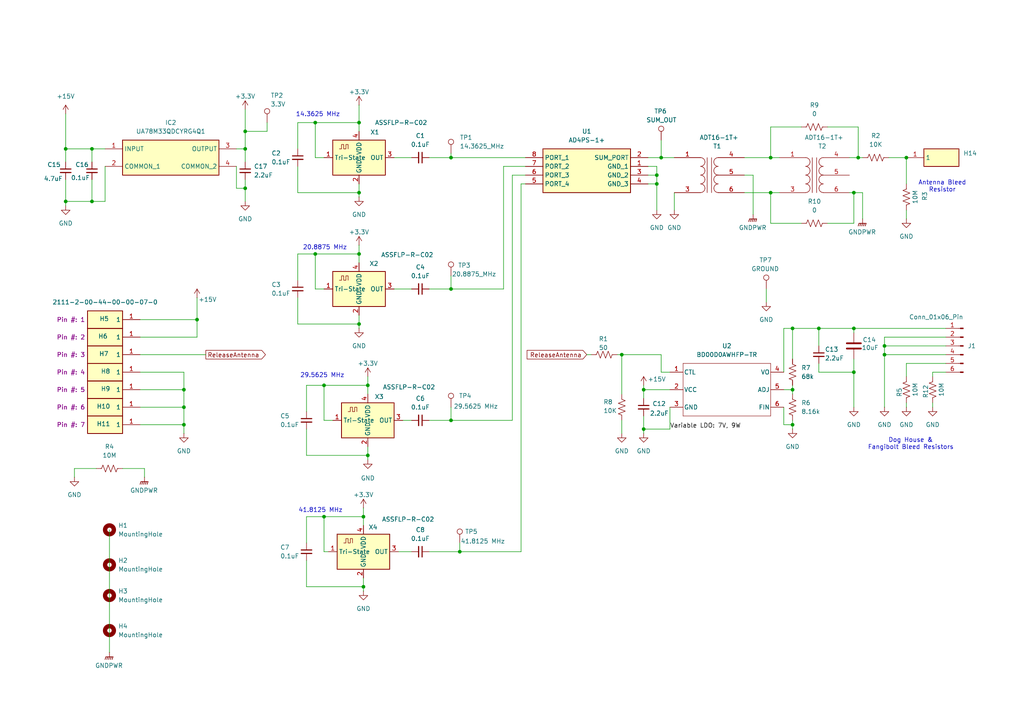
<source format=kicad_sch>
(kicad_sch (version 20231120) (generator "eeschema") (generator_version "8.0")
  (paper "A4")
  (lib_symbols
    (symbol "AD4PS-1+:AD4PS-1+"
      (property "Reference" "U1" (at 17.78 7.62 0))
      (property "Value" "AD4PS-1+" (at 17.78 5.08 0))
      (symbol "AD4PS-1+_1_1"
        (pin passive line (at 0 -2.54 0) (length 5.08) (name "GND_1") (number "1"))
        (pin passive line (at 0 0 0) (length 5.08) (name "SUM_PORT") (number "2"))
        (pin passive line (at 0 -5.08 0) (length 5.08) (name "GND_2") (number "3"))
        (pin passive line (at 0 -7.62 0) (length 5.08) (name "GND_3") (number "4"))
        (pin passive line (at 35.56 -7.62 180) (length 5.08) (name "PORT_4") (number "5"))
        (pin passive line (at 35.56 -5.08 180) (length 5.08) (name "PORT_3") (number "6"))
        (pin passive line (at 35.56 -2.54 180) (length 5.08) (name "PORT_2") (number "7"))
        (pin passive line (at 35.56 0 180) (length 5.08) (name "PORT_1") (number "8"))
      )
    )
    (symbol "Connector:Conn_01x06_Pin" (pin_names (offset 1.016) hide)
      (property "Reference" "J" (at 0 7.62 0))
      (property "Value" "Conn_01x06_Pin" (at 0 -10.16 0))
      (symbol "Conn_01x06_Pin_1_1"
        (pin passive line (at 5.08 5.08 180) (length 3.81) (name "Pin_1") (number "1"))
        (pin passive line (at 5.08 2.54 180) (length 3.81) (name "Pin_2") (number "2"))
        (pin passive line (at 5.08 0 180) (length 3.81) (name "Pin_3") (number "3"))
        (pin passive line (at 5.08 -2.54 180) (length 3.81) (name "Pin_4") (number "4"))
        (pin passive line (at 5.08 -5.08 180) (length 3.81) (name "Pin_5") (number "5"))
        (pin passive line (at 5.08 -7.62 180) (length 3.81) (name "Pin_6") (number "6"))
      )
    )
    (symbol "Connector:TestPoint" (pin_numbers hide) (pin_names (offset 0.762) hide)
      (property "Reference" "TP" (at 0 6.858 0))
      (property "Value" "TestPoint" (at 0 5.08 0))
      (symbol "TestPoint_1_1"
        (pin passive line (at 0 0 90) (length 2.54) (name "1") (number "1"))
      )
    )
    (symbol "Device:C" (pin_numbers hide) (pin_names (offset 0.254))
      (property "Reference" "C" (at 0.635 2.54 0))
      (property "Value" "C" (at 0.635 -2.54 0))
      (symbol "C_1_1"
        (pin passive line (at 0 3.81 270) (length 2.794) (name "~") (number "1"))
        (pin passive line (at 0 -3.81 90) (length 2.794) (name "~") (number "2"))
      )
    )
    (symbol "Device:C_Small" (pin_numbers hide) (pin_names (offset 0.254) hide)
      (property "Reference" "C" (at 0.254 1.778 0))
      (property "Value" "C_Small" (at 0.254 -2.032 0))
      (symbol "C_Small_1_1"
        (pin passive line (at 0 2.54 270) (length 2.032) (name "~") (number "1"))
        (pin passive line (at 0 -2.54 90) (length 2.032) (name "~") (number "2"))
      )
    )
    (symbol "Device:R_US" (pin_numbers hide) (pin_names (offset 0))
      (property "Reference" "R" (at 2.54 0 90))
      (property "Value" "R_US" (at -2.54 0 90))
      (symbol "R_US_1_1"
        (pin passive line (at 0 3.81 270) (length 1.27) (name "~") (number "1"))
        (pin passive line (at 0 -3.81 90) (length 1.27) (name "~") (number "2"))
      )
    )
    (symbol "Device:Transformer_1P_SS" (pin_names (offset 1.016) hide)
      (property "Reference" "T2" (at 2.286 8.382 0))
      (property "Value" "ADT16-1T+" (at 2.794 10.922 0))
      (symbol "Transformer_1P_SS_1_1"
        (pin passive line (at -10.16 5.08 0) (length 7.62) (name "AA") (number "1"))
        (pin passive line (at -10.16 -5.08 0) (length 7.62) (name "AB") (number "3"))
        (pin passive line (at 10.16 5.08 180) (length 7.62) (name "SB") (number "4"))
        (pin passive line (at 10.16 0 180) (length 7.62) (name "SC") (number "5"))
        (pin passive line (at 10.16 -5.08 180) (length 7.62) (name "SA") (number "6"))
      )
    )
    (symbol "LDO:BD00D0AWHFP-TR" (pin_names (offset 0.254))
      (property "Reference" "U2" (at 20.32 10.16 0))
      (property "Value" "BD80FD0WHFP-TR" (at 20.32 7.62 0))
      (symbol "BD00D0AWHFP-TR_0_1"
        (pin output line (at 36.83 2.54 180) (length 3.81) (name "VO") (number "4"))
        (pin unspecified line (at 36.83 -2.54 180) (length 3.81) (name "ADJ") (number "5"))
      )
      (symbol "BD00D0AWHFP-TR_1_1"
        (pin output line (at 3.81 2.54 0) (length 3.81) (name "CTL") (number "1"))
        (pin power_in line (at 3.81 -2.54 0) (length 3.81) (name "VCC") (number "2"))
        (pin power_out line (at 3.81 -7.62 0) (length 3.81) (name "GND") (number "3"))
        (pin power_out line (at 36.83 -7.62 180) (length 3.81) (name "FIN") (number "6"))
      )
    )
    (symbol "Mechanical:MountingHole" (pin_names (offset 1.016)) (exclude_from_sim yes) (in_bom no)
      (property "Reference" "H" (at 0 5.08 0))
      (property "Value" "MountingHole" (at 0 3.175 0))
    )
    (symbol "Oscillator:ASCO"
      (property "Reference" "X" (at -7.62 6.35 0))
      (property "Value" "ASCO" (at 1.27 -6.35 0))
      (symbol "ASCO_1_1"
        (pin input line (at -10.16 0 0) (length 2.54) (name "Tri-State") (number "1"))
        (pin power_in line (at 0 -7.62 90) (length 2.54) (name "GND") (number "2"))
        (pin output line (at 10.16 0 180) (length 2.54) (name "OUT") (number "3"))
        (pin power_in line (at 0 7.62 270) (length 2.54) (name "VDD") (number "4"))
      )
    )
    (symbol "Transformer_1P_SS_1" (pin_names (offset 1.016) hide)
      (property "Reference" "T1" (at 2.286 8.382 0))
      (property "Value" "ADT16-1T+" (at 2.794 10.922 0))
      (symbol "Transformer_1P_SS_1_1_1"
        (pin passive line (at -10.16 5.08 0) (length 7.62) (name "AA") (number "1"))
        (pin passive line (at -10.16 -5.08 0) (length 7.62) (name "AB") (number "3"))
        (pin passive line (at 10.16 5.08 180) (length 7.62) (name "SB") (number "4"))
        (pin passive line (at 10.16 0 180) (length 7.62) (name "SC") (number "5"))
        (pin passive line (at 10.16 -5.08 180) (length 7.62) (name "SA") (number "6"))
      )
    )
    (symbol "Turrets:2111-2-00-44-00-00-07-0"
      (property "Reference" "H" (at 16.51 7.62 0))
      (property "Value" "2111-2-00-44-00-00-07-0" (at 16.51 5.08 0))
      (symbol "2111-2-00-44-00-00-07-0_1_1"
        (pin passive line (at 0 0 0) (length 5.08) (name "1") (number "1"))
      )
    )
    (symbol "UA78M33QDCYRG4Q1_1"
      (property "Reference" "IC2" (at 19.05 7.62 0))
      (property "Value" "UA78M33QDCYRG4Q1" (at 19.05 5.08 0))
      (symbol "UA78M33QDCYRG4Q1_1_1_1"
        (pin passive line (at 0 0 0) (length 5.08) (name "INPUT") (number "1"))
        (pin passive line (at 0 -5.08 0) (length 5.08) (name "COMMON_1") (number "2"))
        (pin passive line (at 38.1 0 180) (length 5.08) (name "OUTPUT") (number "3"))
        (pin passive line (at 38.1 -5.08 180) (length 5.08) (name "COMMON_2") (number "4"))
      )
    )
    (symbol "power:+15V" (power) (pin_numbers hide) (pin_names (offset 0) hide)
      (property "Value" "+15V" (at 0 3.556 0))
      (symbol "+15V_1_1"
        (pin power_in line (at 0 0 90) (length 0) (name "~") (number "1"))
      )
    )
    (symbol "power:+3.3V" (power) (pin_numbers hide) (pin_names (offset 0) hide)
      (property "Value" "+3.3V" (at 0 3.556 0))
      (symbol "+3.3V_1_1"
        (pin power_in line (at 0 0 90) (length 0) (name "~") (number "1"))
      )
    )
    (symbol "power:GND" (power) (pin_numbers hide) (pin_names (offset 0) hide)
      (property "Value" "GND" (at 0 -3.81 0))
      (symbol "GND_1_1"
        (pin power_in line (at 0 0 270) (length 0) (name "~") (number "1"))
      )
    )
    (symbol "power:GNDPWR" (power) (pin_numbers hide) (pin_names (offset 0) hide)
      (property "Value" "GNDPWR" (at 0 -3.302 0))
      (symbol "GNDPWR_1_1"
        (pin power_in line (at 0 0 270) (length 0) (name "~") (number "1"))
      )
    )
  )
  (junction (at 130.81 45.72))
  (junction (at 53.34 123.19))
  (junction (at 229.87 95.25))
  (junction (at 105.41 149.86))
  (junction (at 190.5 50.8))
  (junction (at 256.54 102.87))
  (junction (at 93.98 149.86))
  (junction (at 262.89 45.72))
  (junction (at 91.44 35.56))
  (junction (at 57.15 92.71))
  (junction (at 105.41 170.18))
  (junction (at 248.92 45.72))
  (junction (at 104.14 55.88))
  (junction (at 229.87 123.19))
  (junction (at 71.12 43.18))
  (junction (at 53.34 113.03))
  (junction (at 104.14 73.66))
  (junction (at 256.54 100.33))
  (junction (at 190.5 53.34))
  (junction (at 186.69 124.46))
  (junction (at 26.67 43.18))
  (junction (at 237.49 95.25))
  (junction (at 91.44 73.66))
  (junction (at 223.52 45.72))
  (junction (at 247.65 107.95))
  (junction (at 104.14 35.56))
  (junction (at 106.68 111.76))
  (junction (at 247.65 95.25))
  (junction (at 19.05 58.42))
  (junction (at 229.87 113.03))
  (junction (at 186.69 113.03))
  (junction (at 223.52 55.88))
  (junction (at 19.05 43.18))
  (junction (at 133.35 160.02))
  (junction (at 93.98 111.76))
  (junction (at 191.77 45.72))
  (junction (at 106.68 132.08))
  (junction (at 71.12 54.61))
  (junction (at 247.65 55.88))
  (junction (at 104.14 93.98))
  (junction (at 130.81 83.82))
  (junction (at 180.34 102.87))
  (junction (at 53.34 118.11))
  (junction (at 71.12 38.1))
  (junction (at 130.81 121.92))
  (junction (at 26.67 58.42))
  (wire (pts (xy 130.81 80.01) (xy 130.81 83.82)))
  (wire (pts (xy 57.15 97.79) (xy 57.15 92.71)))
  (wire (pts (xy 190.5 53.34) (xy 190.5 60.96)))
  (wire (pts (xy 223.52 55.88) (xy 226.06 55.88)))
  (wire (pts (xy 91.44 35.56) (xy 91.44 45.72)))
  (wire (pts (xy 21.59 135.89) (xy 27.94 135.89)))
  (wire (pts (xy 19.05 43.18) (xy 19.05 46.99)))
  (wire (pts (xy 88.9 119.38) (xy 88.9 111.76)))
  (wire (pts (xy 104.14 55.88) (xy 104.14 57.15)))
  (wire (pts (xy 93.98 111.76) (xy 106.68 111.76)))
  (wire (pts (xy 215.9 45.72) (xy 223.52 45.72)))
  (wire (pts (xy 232.41 36.83) (xy 223.52 36.83)))
  (wire (pts (xy 104.14 35.56) (xy 104.14 38.1)))
  (wire (pts (xy 151.13 53.34) (xy 151.13 160.02)))
  (wire (pts (xy 68.58 43.18) (xy 71.12 43.18)))
  (wire (pts (xy 93.98 83.82) (xy 91.44 83.82)))
  (wire (pts (xy 53.34 123.19) (xy 53.34 118.11)))
  (wire (pts (xy 91.44 73.66) (xy 104.14 73.66)))
  (wire (pts (xy 41.91 135.89) (xy 35.56 135.89)))
  (wire (pts (xy 274.32 97.79) (xy 256.54 97.79)))
  (wire (pts (xy 124.46 83.82) (xy 130.81 83.82)))
  (wire (pts (xy 237.49 107.95) (xy 247.65 107.95)))
  (wire (pts (xy 240.03 36.83) (xy 248.92 36.83)))
  (wire (pts (xy 124.46 121.92) (xy 130.81 121.92)))
  (wire (pts (xy 191.77 40.64) (xy 191.77 45.72)))
  (wire (pts (xy 19.05 43.18) (xy 26.67 43.18)))
  (wire (pts (xy 229.87 123.19) (xy 229.87 124.46)))
  (wire (pts (xy 237.49 105.41) (xy 237.49 107.95)))
  (wire (pts (xy 256.54 97.79) (xy 256.54 100.33)))
  (wire (pts (xy 104.14 30.48) (xy 104.14 35.56)))
  (wire (pts (xy 186.69 124.46) (xy 186.69 125.73)))
  (wire (pts (xy 40.64 123.19) (xy 53.34 123.19)))
  (wire (pts (xy 256.54 100.33) (xy 256.54 102.87)))
  (wire (pts (xy 40.64 102.87) (xy 59.69 102.87)))
  (wire (pts (xy 133.35 157.48) (xy 133.35 160.02)))
  (wire (pts (xy 26.67 43.18) (xy 26.67 46.99)))
  (wire (pts (xy 77.47 38.1) (xy 71.12 38.1)))
  (wire (pts (xy 247.65 95.25) (xy 274.32 95.25)))
  (wire (pts (xy 26.67 58.42) (xy 30.48 58.42)))
  (wire (pts (xy 262.89 109.22) (xy 262.89 105.41)))
  (wire (pts (xy 262.89 105.41) (xy 274.32 105.41)))
  (wire (pts (xy 195.58 55.88) (xy 195.58 60.96)))
  (wire (pts (xy 247.65 64.77) (xy 247.65 55.88)))
  (wire (pts (xy 41.91 138.43) (xy 41.91 135.89)))
  (wire (pts (xy 190.5 50.8) (xy 190.5 53.34)))
  (wire (pts (xy 262.89 116.84) (xy 262.89 118.11)))
  (wire (pts (xy 86.36 55.88) (xy 104.14 55.88)))
  (wire (pts (xy 186.69 113.03) (xy 186.69 115.57)))
  (wire (pts (xy 26.67 43.18) (xy 30.48 43.18)))
  (wire (pts (xy 133.35 160.02) (xy 151.13 160.02)))
  (wire (pts (xy 71.12 52.07) (xy 71.12 54.61)))
  (wire (pts (xy 187.96 53.34) (xy 190.5 53.34)))
  (wire (pts (xy 190.5 48.26) (xy 190.5 50.8)))
  (wire (pts (xy 222.25 83.82) (xy 222.25 87.63)))
  (wire (pts (xy 186.69 113.03) (xy 194.31 113.03)))
  (wire (pts (xy 86.36 81.28) (xy 86.36 73.66)))
  (wire (pts (xy 91.44 35.56) (xy 104.14 35.56)))
  (wire (pts (xy 146.05 83.82) (xy 146.05 48.26)))
  (wire (pts (xy 191.77 102.87) (xy 191.77 107.95)))
  (wire (pts (xy 86.36 93.98) (xy 104.14 93.98)))
  (wire (pts (xy 40.64 118.11) (xy 53.34 118.11)))
  (wire (pts (xy 248.92 36.83) (xy 248.92 45.72)))
  (wire (pts (xy 40.64 107.95) (xy 53.34 107.95)))
  (wire (pts (xy 240.03 64.77) (xy 247.65 64.77)))
  (wire (pts (xy 116.84 121.92) (xy 119.38 121.92)))
  (wire (pts (xy 246.38 55.88) (xy 247.65 55.88)))
  (wire (pts (xy 227.33 95.25) (xy 227.33 107.95)))
  (wire (pts (xy 19.05 33.02) (xy 19.05 43.18)))
  (wire (pts (xy 88.9 162.56) (xy 88.9 170.18)))
  (wire (pts (xy 171.45 102.87) (xy 170.18 102.87)))
  (wire (pts (xy 21.59 135.89) (xy 21.59 138.43)))
  (wire (pts (xy 270.51 107.95) (xy 270.51 109.22)))
  (wire (pts (xy 88.9 124.46) (xy 88.9 132.08)))
  (wire (pts (xy 71.12 31.75) (xy 71.12 38.1)))
  (wire (pts (xy 105.41 149.86) (xy 105.41 152.4)))
  (wire (pts (xy 53.34 107.95) (xy 53.34 113.03)))
  (wire (pts (xy 186.69 120.65) (xy 186.69 124.46)))
  (wire (pts (xy 106.68 109.22) (xy 106.68 111.76)))
  (wire (pts (xy 247.65 55.88) (xy 250.19 55.88)))
  (wire (pts (xy 227.33 118.11) (xy 227.33 123.19)))
  (wire (pts (xy 53.34 113.03) (xy 53.34 118.11)))
  (wire (pts (xy 104.14 91.44) (xy 104.14 93.98)))
  (wire (pts (xy 227.33 123.19) (xy 229.87 123.19)))
  (wire (pts (xy 19.05 52.07) (xy 19.05 58.42)))
  (wire (pts (xy 130.81 45.72) (xy 152.4 45.72)))
  (wire (pts (xy 31.75 153.67) (xy 31.75 189.23)))
  (wire (pts (xy 215.9 55.88) (xy 223.52 55.88)))
  (wire (pts (xy 187.96 48.26) (xy 190.5 48.26)))
  (wire (pts (xy 88.9 132.08) (xy 106.68 132.08)))
  (wire (pts (xy 262.89 45.72) (xy 262.89 53.34)))
  (wire (pts (xy 88.9 157.48) (xy 88.9 149.86)))
  (wire (pts (xy 151.13 53.34) (xy 152.4 53.34)))
  (wire (pts (xy 256.54 102.87) (xy 274.32 102.87)))
  (wire (pts (xy 270.51 107.95) (xy 274.32 107.95)))
  (wire (pts (xy 148.59 50.8) (xy 148.59 121.92)))
  (wire (pts (xy 191.77 45.72) (xy 195.58 45.72)))
  (wire (pts (xy 215.9 50.8) (xy 218.44 50.8)))
  (wire (pts (xy 187.96 45.72) (xy 191.77 45.72)))
  (wire (pts (xy 124.46 45.72) (xy 130.81 45.72)))
  (wire (pts (xy 71.12 54.61) (xy 71.12 58.42)))
  (wire (pts (xy 229.87 95.25) (xy 237.49 95.25)))
  (wire (pts (xy 146.05 48.26) (xy 152.4 48.26)))
  (wire (pts (xy 26.67 52.07) (xy 26.67 58.42)))
  (wire (pts (xy 180.34 121.92) (xy 180.34 125.73)))
  (wire (pts (xy 247.65 104.14) (xy 247.65 107.95)))
  (wire (pts (xy 180.34 102.87) (xy 191.77 102.87)))
  (wire (pts (xy 104.14 53.34) (xy 104.14 55.88)))
  (wire (pts (xy 274.32 100.33) (xy 256.54 100.33)))
  (wire (pts (xy 68.58 48.26) (xy 68.58 54.61)))
  (wire (pts (xy 114.3 45.72) (xy 119.38 45.72)))
  (wire (pts (xy 186.69 113.03) (xy 186.69 111.76)))
  (wire (pts (xy 104.14 73.66) (xy 104.14 76.2)))
  (wire (pts (xy 124.46 160.02) (xy 133.35 160.02)))
  (wire (pts (xy 250.19 55.88) (xy 250.19 63.5)))
  (wire (pts (xy 93.98 45.72) (xy 91.44 45.72)))
  (wire (pts (xy 130.81 44.45) (xy 130.81 45.72)))
  (wire (pts (xy 229.87 121.92) (xy 229.87 123.19)))
  (wire (pts (xy 19.05 58.42) (xy 19.05 59.69)))
  (wire (pts (xy 194.31 118.11) (xy 194.31 124.46)))
  (wire (pts (xy 53.34 123.19) (xy 53.34 125.73)))
  (wire (pts (xy 130.81 118.11) (xy 130.81 121.92)))
  (wire (pts (xy 105.41 167.64) (xy 105.41 170.18)))
  (wire (pts (xy 93.98 160.02) (xy 93.98 149.86)))
  (wire (pts (xy 96.52 121.92) (xy 93.98 121.92)))
  (wire (pts (xy 187.96 50.8) (xy 190.5 50.8)))
  (wire (pts (xy 105.41 147.32) (xy 105.41 149.86)))
  (wire (pts (xy 104.14 93.98) (xy 104.14 95.25)))
  (wire (pts (xy 186.69 124.46) (xy 194.31 124.46)))
  (wire (pts (xy 19.05 58.42) (xy 26.67 58.42)))
  (wire (pts (xy 105.41 170.18) (xy 105.41 171.45)))
  (wire (pts (xy 40.64 113.03) (xy 53.34 113.03)))
  (wire (pts (xy 106.68 132.08) (xy 106.68 133.35)))
  (wire (pts (xy 218.44 50.8) (xy 218.44 62.23)))
  (wire (pts (xy 232.41 64.77) (xy 223.52 64.77)))
  (wire (pts (xy 40.64 92.71) (xy 57.15 92.71)))
  (wire (pts (xy 229.87 95.25) (xy 229.87 104.14)))
  (wire (pts (xy 40.64 97.79) (xy 57.15 97.79)))
  (wire (pts (xy 270.51 116.84) (xy 270.51 118.11)))
  (wire (pts (xy 227.33 113.03) (xy 229.87 113.03)))
  (wire (pts (xy 223.52 64.77) (xy 223.52 55.88)))
  (wire (pts (xy 77.47 35.56) (xy 77.47 38.1)))
  (wire (pts (xy 93.98 149.86) (xy 105.41 149.86)))
  (wire (pts (xy 57.15 86.36) (xy 57.15 92.71)))
  (wire (pts (xy 30.48 58.42) (xy 30.48 48.26)))
  (wire (pts (xy 104.14 71.12) (xy 104.14 73.66)))
  (wire (pts (xy 88.9 111.76) (xy 93.98 111.76)))
  (wire (pts (xy 71.12 38.1) (xy 71.12 43.18)))
  (wire (pts (xy 180.34 102.87) (xy 180.34 114.3)))
  (wire (pts (xy 88.9 149.86) (xy 93.98 149.86)))
  (wire (pts (xy 237.49 95.25) (xy 247.65 95.25)))
  (wire (pts (xy 68.58 54.61) (xy 71.12 54.61)))
  (wire (pts (xy 262.89 60.96) (xy 262.89 63.5)))
  (wire (pts (xy 86.36 43.18) (xy 86.36 35.56)))
  (wire (pts (xy 223.52 45.72) (xy 226.06 45.72)))
  (wire (pts (xy 229.87 113.03) (xy 229.87 114.3)))
  (wire (pts (xy 223.52 36.83) (xy 223.52 45.72)))
  (wire (pts (xy 93.98 121.92) (xy 93.98 111.76)))
  (wire (pts (xy 86.36 73.66) (xy 91.44 73.66)))
  (wire (pts (xy 227.33 95.25) (xy 229.87 95.25)))
  (wire (pts (xy 86.36 48.26) (xy 86.36 55.88)))
  (wire (pts (xy 152.4 50.8) (xy 148.59 50.8)))
  (wire (pts (xy 248.92 45.72) (xy 250.19 45.72)))
  (wire (pts (xy 106.68 111.76) (xy 106.68 114.3)))
  (wire (pts (xy 86.36 35.56) (xy 91.44 35.56)))
  (wire (pts (xy 106.68 129.54) (xy 106.68 132.08)))
  (wire (pts (xy 130.81 83.82) (xy 146.05 83.82)))
  (wire (pts (xy 130.81 121.92) (xy 148.59 121.92)))
  (wire (pts (xy 88.9 170.18) (xy 105.41 170.18)))
  (wire (pts (xy 247.65 95.25) (xy 247.65 96.52)))
  (wire (pts (xy 256.54 102.87) (xy 256.54 118.11)))
  (wire (pts (xy 247.65 107.95) (xy 247.65 118.11)))
  (wire (pts (xy 71.12 46.99) (xy 71.12 43.18)))
  (wire (pts (xy 257.81 45.72) (xy 262.89 45.72)))
  (wire (pts (xy 86.36 86.36) (xy 86.36 93.98)))
  (wire (pts (xy 115.57 160.02) (xy 119.38 160.02)))
  (wire (pts (xy 180.34 102.87) (xy 179.07 102.87)))
  (wire (pts (xy 91.44 83.82) (xy 91.44 73.66)))
  (wire (pts (xy 237.49 95.25) (xy 237.49 100.33)))
  (wire (pts (xy 191.77 107.95) (xy 194.31 107.95)))
  (wire (pts (xy 95.25 160.02) (xy 93.98 160.02)))
  (wire (pts (xy 229.87 113.03) (xy 229.87 111.76)))
  (wire (pts (xy 246.38 45.72) (xy 248.92 45.72)))
  (wire (pts (xy 114.3 83.82) (xy 119.38 83.82)))
  (text "14.3625 MHz" (at 92.202 33.274 0) (effects (font (size 1.27 1.27))))
  (text "20.8875 MHz" (at 94.234 71.882 0) (effects (font (size 1.27 1.27))))
  (text "29.5625 MHz" (at 93.472 108.966 0) (effects (font (size 1.27 1.27))))
  (text "Antenna Bleed\nResistor" (at 273.304 54.102 0) (effects (font (size 1.27 1.27))))
  (text "41.8125 MHz" (at 92.964 148.082 0) (effects (font (size 1.27 1.27))))
  (text "Dog House &\nFangibolt Bleed Resistors" (at 264.16 128.778 0) (effects (font (size 1.27 1.27))))
  (label "Variable LDO: 7V, 9W" (at 194.31 124.46 0))
  (global_label "ReleaseAntenna" (shape output) (at 59.69 102.87 0) (property "Intersheetrefs" "${INTERSHEET_REFS}" (effects (hide yes))))
  (global_label "ReleaseAntenna" (shape input) (at 170.18 102.87 180) (property "Intersheetrefs" "${INTERSHEET_REFS}" (effects (hide yes))))
  (symbol (lib_id "Turrets:2111-2-00-44-00-00-07-0") (at 40.64 92.71 0) (mirror y) (unit 1)
    (property "Reference" "H5" (at 30.226 92.456 0))
    (property "Value" "2111-2-00-44-00-00-07-0" (at 30.48 87.63 0))
    (property "Footprint" "Turrets:2111200440000070" (effects (hide yes)))
    (property "Datasheet" "https://www.mouser.fr/datasheet/2/273/MMMC_S_A0000306504_1-2553123.pdf" (effects (hide yes)))
    (property "Description" "Circuit Board Hardware - PCB 300u AG OVER CU" (effects (hide yes)))
    (property "Height" "2.1336" (effects (hide yes)))
    (property "Mouser Part Number" "575-2111200440000" (effects (hide yes)))
    (property "Mouser Price/Stock" "https://www.mouser.co.uk/ProductDetail/Mill-Max/2111-2-00-44-00-00-07-0?qs=utEmeSDTw24MVvI2pdqz7g%3D%3D" (effects (hide yes)))
    (property "Manufacturer_Name" "Mill-Max" (effects (hide yes)))
    (property "Manufacturer_Part_Number" "2111-2-00-44-00-00-07-0" (effects (hide yes)))
    (property "Pin #" "1" (at 20.574 92.71 0) (show_name yes))
  )
  (symbol (lib_id "Mechanical:MountingHole") (at 31.75 182.88 0) (unit 1) (exclude_from_sim yes) (in_bom no)
    (property "Reference" "H4" (at 34.29 181.6099 0) (effects (justify left)))
    (property "Value" "MountingHole" (at 34.29 184.1499 0) (effects (justify left)))
    (property "Footprint" "MountingHole:MountingHole_2.5mm_Pad" (effects (hide yes)))
    (property "Description" "Mounting Hole without connection" (effects (hide yes)))
  )
  (symbol (lib_id "Device:R_US") (at 229.87 118.11 0) (unit 1)
    (property "Reference" "R6" (at 232.41 116.8399 0) (effects (justify left)))
    (property "Value" "8.16k" (at 232.41 119.3799 0) (effects (justify left)))
    (property "Footprint" "Resistor_SMD:R_0603_1608Metric" (effects (hide yes)))
    (property "Description" "RT0603DRE078K16L" (effects (hide yes)))
  )
  (symbol (lib_id "power:GND") (at 105.41 171.45 0) (unit 1)
    (property "Reference" "#PWR08" (effects (hide yes)))
    (property "Value" "GND" (at 105.41 176.53 0))
    (property "Description" "Power symbol creates a global label with name \"GND\" , ground" (effects (hide yes)))
  )
  (symbol (lib_id "power:GND") (at 71.12 58.42 0) (unit 1)
    (property "Reference" "#PWR030" (effects (hide yes)))
    (property "Value" "GND" (at 71.12 63.5 0))
    (property "Description" "Power symbol creates a global label with name \"GND\" , ground" (effects (hide yes)))
  )
  (symbol (lib_id "Device:C_Small") (at 121.92 160.02 270) (unit 1)
    (property "Reference" "C8" (at 121.9136 153.67 90))
    (property "Value" "0.1uF" (at 121.9136 156.21 90))
    (property "Footprint" "Capacitor_SMD:C_0603_1608Metric" (effects (hide yes)))
    (property "Datasheet" "GCM188R71H104KA57J" (effects (hide yes)))
    (property "Description" "Unpolarized capacitor, small symbol" (effects (hide yes)))
  )
  (symbol (lib_id "power:GND") (at 180.34 125.73 0) (unit 1)
    (property "Reference" "#PWR021" (effects (hide yes)))
    (property "Value" "GND" (at 180.34 130.81 0))
    (property "Description" "Power symbol creates a global label with name \"GND\" , ground" (effects (hide yes)))
  )
  (symbol (lib_id "Device:C_Small") (at 121.92 45.72 270) (unit 1)
    (property "Reference" "C1" (at 121.9136 39.37 90))
    (property "Value" "0.1uF" (at 121.9136 41.91 90))
    (property "Footprint" "Capacitor_SMD:C_0603_1608Metric" (effects (hide yes)))
    (property "Datasheet" "GCM188R71H104KA57J" (effects (hide yes)))
    (property "Description" "Unpolarized capacitor, small symbol" (effects (hide yes)))
  )
  (symbol (lib_id "Oscillator:ASCO") (at 106.68 121.92 0) (unit 1)
    (property "Reference" "X3" (at 109.982 115.062 0))
    (property "Value" "ASSFLP-R-C02" (at 118.618 112.268 0))
    (property "Footprint" "Crystal:Crystal_SMD_Abracon_ABM3B-4Pin_5.0x3.2mm" (effects (hide yes)))
    (property "Datasheet" "https://www.mercury-crystal.com/upload/2024/02/202402261353447632GDEHNSGXA.pdf" (effects (hide yes)))
    (property "Description" "Crystal Clock Oscillator, Abracon ASCO" (effects (hide yes)))
  )
  (symbol (lib_id "power:GND") (at 262.89 63.5 0) (unit 1)
    (property "Reference" "#PWR013" (effects (hide yes)))
    (property "Value" "GND" (at 262.89 68.58 0))
    (property "Description" "Power symbol creates a global label with name \"GND\" , ground" (effects (hide yes)))
  )
  (symbol (lib_id "power:GND") (at 21.59 138.43 0) (unit 1)
    (property "Reference" "#PWR026" (effects (hide yes)))
    (property "Value" "GND" (at 21.59 143.51 0))
    (property "Description" "Power symbol creates a global label with name \"GND\" , ground" (effects (hide yes)))
  )
  (symbol (lib_id "LDO:BD00D0AWHFP-TR") (at 190.5 110.49 0) (unit 1)
    (property "Reference" "U2" (at 210.82 100.33 0))
    (property "Value" "BD00D0AWHFP-TR" (at 210.82 102.87 0))
    (property "Footprint" "LDOs:HRP5_ROM" (effects (hide yes)))
    (property "Datasheet" "BD00D0AWHFP-TR" (effects (hide yes)))
    (property "Description" "LDO Voltage Regulator, Fixed, 2.5 to 32 V in, 0.4 V Dropout, 8 V/2 A out, HRP-5" (effects (hide yes)))
    (property "Description_1" "LDO Voltage Regulator, Fixed, 2.5 to 32 V in, 0.4 V Dropout, 8 V/2 A out, HRP-5" (effects (hide yes)))
    (property "Height" "2.135" (effects (hide yes)))
    (property "Manufacturer_Name" "ROHM Semiconductor" (effects (hide yes)))
    (property "Manufacturer_Part_Number" "BD80FD0WHFP-TR" (effects (hide yes)))
    (property "Mouser Part Number" "755-BD80FD0WHFP-TR" (effects (hide yes)))
    (property "Mouser Price/Stock" "https://www.mouser.co.uk/ProductDetail/ROHM-Semiconductor/BD80FD0WHFP-TR?qs=%252BEew9%252B0nqrCidEQxdXcK7Q%3D%3D" (effects (hide yes)))
  )
  (symbol (lib_id "power:+3.3V") (at 71.12 31.75 0) (unit 1)
    (property "Reference" "#PWR029" (effects (hide yes)))
    (property "Value" "+3.3V" (at 71.12 27.94 0))
    (property "Description" "Power symbol creates a global label with name \"+3.3V\"" (effects (hide yes)))
  )
  (symbol (lib_id "Device:C_Small") (at 186.69 118.11 0) (unit 1)
    (property "Reference" "C12" (at 189.23 117.094 0) (effects (justify left)))
    (property "Value" "2.2uF" (at 188.468 119.888 0) (effects (justify left)))
    (property "Footprint" "Capacitor_SMD:C_1206_3216Metric" (effects (hide yes)))
    (property "Datasheet" "GCM31CR71H225KA55L" (effects (hide yes)))
    (property "Description" "Unpolarized capacitor, small symbol" (effects (hide yes)))
  )
  (symbol (lib_id "Device:R_US") (at 270.51 113.03 0) (mirror x) (unit 1)
    (property "Reference" "R12" (at 268.478 113.538 90))
    (property "Value" "10M" (at 273.05 113.03 90))
    (property "Footprint" "Resistor_SMD:R_0603_1608Metric" (effects (hide yes)))
    (property "Description" "HMC0603JT100M" (effects (hide yes)))
  )
  (symbol (lib_id "Device:C_Small") (at 88.9 160.02 0) (unit 1)
    (property "Reference" "C7" (at 81.28 158.75 0) (effects (justify left)))
    (property "Value" "0.1uF" (at 81.28 161.29 0) (effects (justify left)))
    (property "Footprint" "Capacitor_SMD:C_0603_1608Metric" (effects (hide yes)))
    (property "Datasheet" "GCM188R71H104KA57J" (effects (hide yes)))
    (property "Description" "Unpolarized capacitor, small symbol" (effects (hide yes)))
  )
  (symbol (lib_id "Oscillator:ASCO") (at 105.41 160.02 0) (unit 1)
    (property "Reference" "X4" (at 108.204 152.908 0))
    (property "Value" "ASSFLP-R-C02" (at 118.364 150.622 0))
    (property "Footprint" "Crystal:Crystal_SMD_Abracon_ABM3B-4Pin_5.0x3.2mm" (effects (hide yes)))
    (property "Datasheet" "https://abracon.com/Oscillators/ASEseries.pdf" (effects (hide yes)))
    (property "Description" "Crystal Clock Oscillator, Abracon ASCO" (effects (hide yes)))
  )
  (symbol (lib_id "Oscillator:ASCO") (at 104.14 45.72 0) (unit 1)
    (property "Reference" "X1" (at 108.712 38.354 0))
    (property "Value" "ASSFLP-R-C02" (at 116.332 35.56 0))
    (property "Footprint" "Crystal:Crystal_SMD_Abracon_ABM3B-4Pin_5.0x3.2mm" (effects (hide yes)))
    (property "Datasheet" "https://www.mercury-crystal.com/upload/2024/02/202402261353447632GDEHNSGXA.pdf" (effects (hide yes)))
    (property "Description" "Crystal Clock Oscillator, Abracon ASCO" (effects (hide yes)))
  )
  (symbol (lib_id "Connector:TestPoint") (at 191.77 40.64 0) (unit 1)
    (property "Reference" "TP6" (at 189.738 32.258 0) (effects (justify left)))
    (property "Value" "SUM_OUT" (at 187.452 34.798 0) (effects (justify left)))
    (property "Footprint" "Test_Points:5000" (effects (hide yes)))
    (property "Description" "test point" (effects (hide yes)))
  )
  (symbol (lib_id "Device:C_Small") (at 86.36 83.82 0) (unit 1)
    (property "Reference" "C3" (at 78.74 82.55 0) (effects (justify left)))
    (property "Value" "0.1uF" (at 78.74 85.09 0) (effects (justify left)))
    (property "Footprint" "Capacitor_SMD:C_0603_1608Metric" (effects (hide yes)))
    (property "Datasheet" "GCM188R71H104KA57J" (effects (hide yes)))
    (property "Description" "Unpolarized capacitor, small symbol" (effects (hide yes)))
  )
  (symbol (lib_id "Mechanical:MountingHole") (at 31.75 153.67 0) (unit 1) (exclude_from_sim yes) (in_bom no)
    (property "Reference" "H1" (at 34.29 152.3999 0) (effects (justify left)))
    (property "Value" "MountingHole" (at 34.29 154.9399 0) (effects (justify left)))
    (property "Footprint" "MountingHole:MountingHole_2.5mm_Pad" (effects (hide yes)))
    (property "Description" "Mounting Hole without connection" (effects (hide yes)))
  )
  (symbol (lib_id "Turrets:2111-2-00-44-00-00-07-0") (at 40.64 123.19 0) (mirror y) (unit 1)
    (property "Reference" "H11" (at 32.004 122.936 0) (effects (justify left)))
    (property "Value" "2111-2-00-44-00-00-07-0" (effects (hide yes)))
    (property "Footprint" "Turrets:2111200440000070" (effects (hide yes)))
    (property "Datasheet" "https://www.mouser.fr/datasheet/2/273/MMMC_S_A0000306504_1-2553123.pdf" (effects (hide yes)))
    (property "Description" "Circuit Board Hardware - PCB 300u AG OVER CU" (effects (hide yes)))
    (property "Height" "2.1336" (effects (hide yes)))
    (property "Mouser Part Number" "575-2111200440000" (effects (hide yes)))
    (property "Mouser Price/Stock" "https://www.mouser.co.uk/ProductDetail/Mill-Max/2111-2-00-44-00-00-07-0?qs=utEmeSDTw24MVvI2pdqz7g%3D%3D" (effects (hide yes)))
    (property "Manufacturer_Name" "Mill-Max" (effects (hide yes)))
    (property "Manufacturer_Part_Number" "2111-2-00-44-00-00-07-0" (effects (hide yes)))
    (property "Pin #" "7" (at 20.574 123.19 0) (show_name yes))
  )
  (symbol (lib_id "power:GND") (at 195.58 60.96 0) (unit 1)
    (property "Reference" "#PWR022" (effects (hide yes)))
    (property "Value" "GND" (at 195.58 66.04 0))
    (property "Description" "Power symbol creates a global label with name \"GND\" , ground" (effects (hide yes)))
  )
  (symbol (lib_name "UA78M33QDCYRG4Q1_1") (lib_id "SamacSys_Parts:UA78M33QDCYRG4Q1") (at 30.48 43.18 0) (unit 1)
    (property "Reference" "IC2" (at 49.53 35.56 0))
    (property "Value" "UA78M33QDCYRG4Q1" (at 49.53 38.1 0))
    (property "Footprint" "LDOs:SOT230P700X180-4N" (effects (hide yes)))
    (property "Datasheet" "http://www.ti.com/lit/gpn/ua78m-q1" (effects (hide yes)))
    (property "Description" "500-mA, 25-V VIN, Positive Linear Voltage Regulators" (effects (hide yes)))
    (property "Height" "1.8" (effects (hide yes)))
    (property "Manufacturer_Name" "Texas Instruments" (effects (hide yes)))
    (property "Manufacturer_Part_Number" "UA78M33QDCYRG4Q1" (effects (hide yes)))
    (property "Mouser Part Number" "595-UA78M33QDCYRG4Q1" (effects (hide yes)))
    (property "Mouser Price/Stock" "https://www.mouser.co.uk/ProductDetail/Texas-Instruments/UA78M33QDCYRG4Q1?qs=WxL8HmPi5r6pUR58h5lMWg%3D%3D" (effects (hide yes)))
    (property "Arrow Part Number" "UA78M33QDCYRG4Q1" (effects (hide yes)))
    (property "Arrow Price/Stock" "https://www.arrow.com/en/products/ua78m33qdcyrg4q1/texas-instruments?region=nac" (effects (hide yes)))
  )
  (symbol (lib_id "Device:C") (at 247.65 100.33 0) (unit 1)
    (property "Reference" "C14" (at 250.19 98.552 0) (effects (justify left)))
    (property "Value" "10uF" (at 249.936 100.838 0) (effects (justify left)))
    (property "Footprint" "Capacitor_SMD:C_0805_2012Metric" (effects (hide yes)))
    (property "Description" "GRM21BZ71E106KE15L" (effects (hide yes)))
  )
  (symbol (lib_id "Turrets:2111-2-00-44-00-00-07-0") (at 40.64 102.87 0) (mirror y) (unit 1)
    (property "Reference" "H7" (at 31.496 102.616 0) (effects (justify left)))
    (property "Value" "2111-2-00-44-00-00-07-0" (effects (hide yes)))
    (property "Footprint" "Turrets:2111200440000070" (effects (hide yes)))
    (property "Datasheet" "https://www.mouser.fr/datasheet/2/273/MMMC_S_A0000306504_1-2553123.pdf" (effects (hide yes)))
    (property "Description" "Circuit Board Hardware - PCB 300u AG OVER CU" (effects (hide yes)))
    (property "Height" "2.1336" (effects (hide yes)))
    (property "Mouser Part Number" "575-2111200440000" (effects (hide yes)))
    (property "Mouser Price/Stock" "https://www.mouser.co.uk/ProductDetail/Mill-Max/2111-2-00-44-00-00-07-0?qs=utEmeSDTw24MVvI2pdqz7g%3D%3D" (effects (hide yes)))
    (property "Manufacturer_Name" "Mill-Max" (effects (hide yes)))
    (property "Manufacturer_Part_Number" "2111-2-00-44-00-00-07-0" (effects (hide yes)))
    (property "Pin #" "3" (at 20.574 102.87 0) (show_name yes))
  )
  (symbol (lib_id "power:+3.3V") (at 104.14 71.12 0) (unit 1)
    (property "Reference" "#PWR03" (effects (hide yes)))
    (property "Value" "+3.3V" (at 104.14 67.31 0))
    (property "Description" "Power symbol creates a global label with name \"+3.3V\"" (effects (hide yes)))
  )
  (symbol (lib_id "power:+15V") (at 19.05 33.02 0) (unit 1)
    (property "Reference" "#PWR027" (effects (hide yes)))
    (property "Value" "+15V" (at 19.05 27.94 0))
    (property "Description" "Power symbol creates a global label with name \"+15V\"" (effects (hide yes)))
  )
  (symbol (lib_id "Turrets:2111-2-00-44-00-00-07-0") (at 40.64 118.11 0) (mirror y) (unit 1)
    (property "Reference" "H10" (at 32.004 117.856 0) (effects (justify left)))
    (property "Value" "2111-2-00-44-00-00-07-0" (effects (hide yes)))
    (property "Footprint" "Turrets:2111200440000070" (effects (hide yes)))
    (property "Datasheet" "https://www.mouser.fr/datasheet/2/273/MMMC_S_A0000306504_1-2553123.pdf" (effects (hide yes)))
    (property "Description" "Circuit Board Hardware - PCB 300u AG OVER CU" (effects (hide yes)))
    (property "Height" "2.1336" (effects (hide yes)))
    (property "Mouser Part Number" "575-2111200440000" (effects (hide yes)))
    (property "Mouser Price/Stock" "https://www.mouser.co.uk/ProductDetail/Mill-Max/2111-2-00-44-00-00-07-0?qs=utEmeSDTw24MVvI2pdqz7g%3D%3D" (effects (hide yes)))
    (property "Manufacturer_Name" "Mill-Max" (effects (hide yes)))
    (property "Manufacturer_Part_Number" "2111-2-00-44-00-00-07-0" (effects (hide yes)))
    (property "Pin #" "6" (at 20.574 118.11 0) (show_name yes))
  )
  (symbol (lib_id "power:GNDPWR") (at 41.91 138.43 0) (unit 1)
    (property "Reference" "#PWR025" (effects (hide yes)))
    (property "Value" "GNDPWR" (at 41.783 142.24 0))
    (property "Description" "Power symbol creates a global label with name \"GNDPWR\" , global ground" (effects (hide yes)))
  )
  (symbol (lib_id "power:GNDPWR") (at 218.44 62.23 0) (unit 1)
    (property "Reference" "#PWR016" (effects (hide yes)))
    (property "Value" "GNDPWR" (at 218.313 66.04 0))
    (property "Description" "Power symbol creates a global label with name \"GNDPWR\" , global ground" (effects (hide yes)))
  )
  (symbol (lib_name "Transformer_1P_SS_1") (lib_id "Device:Transformer_1P_SS") (at 205.74 50.8 0) (unit 1)
    (property "Reference" "T1" (at 208.026 42.418 0))
    (property "Value" "ADT16-1T+" (at 208.534 39.878 0))
    (property "Footprint" "RF_Componets:ADT161T" (effects (hide yes)))
    (property "Description" "Transformer, single primary, split secondary" (effects (hide yes)))
    (property "Manufacturer_Name" "MACOM" (effects (hide yes)))
    (property "Manufacturer_Part_Number" "ETC4-1-2TR" (effects (hide yes)))
    (property "Mouser Part Number" "937-ETC4-1-2TR" (effects (hide yes)))
    (property "Mouser Price/Stock" "https://www.mouser.co.uk/ProductDetail/MACOM/ETC4-1-2TR?qs=zQS7eqYV0KQWFRSCtmGkFA%3D%3D" (effects (hide yes)))
  )
  (symbol (lib_id "Device:R_US") (at 236.22 36.83 90) (unit 1)
    (property "Reference" "R9" (at 236.22 30.48 90))
    (property "Value" "0" (at 236.22 33.02 90))
    (property "Footprint" "Resistor_SMD:R_0603_1608Metric" (effects (hide yes)))
    (property "Description" "Resistor, US symbol" (effects (hide yes)))
  )
  (symbol (lib_id "power:+15V") (at 57.15 86.36 0) (unit 1)
    (property "Reference" "#PWR010" (effects (hide yes)))
    (property "Value" "+15V" (at 60.198 86.868 0))
    (property "Description" "Power symbol creates a global label with name \"+15V\"" (effects (hide yes)))
  )
  (symbol (lib_id "Device:R_US") (at 175.26 102.87 90) (unit 1)
    (property "Reference" "R1" (at 175.006 98.298 90))
    (property "Value" "50" (at 175.006 100.838 90))
    (property "Footprint" "Resistor_SMD:R_0603_1608Metric" (effects (hide yes)))
    (property "Description" "Resistor, US symbol" (effects (hide yes)))
  )
  (symbol (lib_id "Device:R_US") (at 254 45.72 90) (unit 1)
    (property "Reference" "R2" (at 254 39.37 90))
    (property "Value" "10K" (at 254 41.91 90))
    (property "Footprint" "Resistor_SMD:R_0603_1608Metric" (effects (hide yes)))
    (property "Description" "Resistor, US symbol" (effects (hide yes)))
  )
  (symbol (lib_id "Oscillator:ASCO") (at 104.14 83.82 0) (unit 1)
    (property "Reference" "X2" (at 108.458 76.454 0))
    (property "Value" "ASSFLP-R-C02" (at 118.11 73.914 0))
    (property "Footprint" "Crystal:Crystal_SMD_Abracon_ABM3B-4Pin_5.0x3.2mm" (effects (hide yes)))
    (property "Datasheet" "https://abracon.com/Oscillators/ASCO.pdf" (effects (hide yes)))
    (property "Description" "Crystal Clock Oscillator, Abracon ASCO" (effects (hide yes)))
  )
  (symbol (lib_id "power:GNDPWR") (at 250.19 63.5 0) (unit 1)
    (property "Reference" "#PWR017" (effects (hide yes)))
    (property "Value" "GNDPWR" (at 250.063 67.31 0))
    (property "Description" "Power symbol creates a global label with name \"GNDPWR\" , global ground" (effects (hide yes)))
  )
  (symbol (lib_id "power:GND") (at 19.05 59.69 0) (unit 1)
    (property "Reference" "#PWR028" (effects (hide yes)))
    (property "Value" "GND" (at 19.05 64.77 0))
    (property "Description" "Power symbol creates a global label with name \"GND\" , ground" (effects (hide yes)))
  )
  (symbol (lib_id "Device:C_Small") (at 237.49 102.87 0) (unit 1)
    (property "Reference" "C13" (at 239.268 101.346 0) (effects (justify left)))
    (property "Value" "2.2uF" (at 239.268 103.886 0) (effects (justify left)))
    (property "Footprint" "Capacitor_SMD:C_1206_3216Metric" (effects (hide yes)))
    (property "Datasheet" "GCM31CR71H225KA55L" (effects (hide yes)))
    (property "Description" "GCM31CR71H225KA55L" (effects (hide yes)))
  )
  (symbol (lib_id "Device:C_Small") (at 88.9 121.92 0) (unit 1)
    (property "Reference" "C5" (at 81.28 120.65 0) (effects (justify left)))
    (property "Value" "0.1uF" (at 81.28 123.19 0) (effects (justify left)))
    (property "Footprint" "Capacitor_SMD:C_0603_1608Metric" (effects (hide yes)))
    (property "Datasheet" "GCM188R71H104KA57J" (effects (hide yes)))
    (property "Description" "Unpolarized capacitor, small symbol" (effects (hide yes)))
  )
  (symbol (lib_id "Connector:TestPoint") (at 130.81 44.45 0) (unit 1)
    (property "Reference" "TP1" (at 133.35 39.8779 0) (effects (justify left)))
    (property "Value" "14.3625_MHz" (at 133.35 42.4179 0) (effects (justify left)))
    (property "Footprint" "Test_Points:5000" (effects (hide yes)))
    (property "Description" "test point" (effects (hide yes)))
  )
  (symbol (lib_id "power:GND") (at 186.69 125.73 0) (unit 1)
    (property "Reference" "#PWR020" (effects (hide yes)))
    (property "Value" "GND" (at 186.69 130.81 0))
    (property "Description" "Power symbol creates a global label with name \"GND\" , ground" (effects (hide yes)))
  )
  (symbol (lib_id "power:GND") (at 222.25 87.63 0) (unit 1)
    (property "Reference" "#PWR019" (effects (hide yes)))
    (property "Value" "GND" (at 222.25 92.71 0))
    (property "Description" "Power symbol creates a global label with name \"GND\" , ground" (effects (hide yes)))
  )
  (symbol (lib_id "Device:Transformer_1P_SS") (at 236.22 50.8 0) (unit 1)
    (property "Reference" "T2" (at 238.506 42.418 0))
    (property "Value" "ADT16-1T+" (at 239.014 39.878 0))
    (property "Footprint" "RF_Componets:ADT161T" (effects (hide yes)))
    (property "Description" "Transformer, single primary, split secondary" (effects (hide yes)))
    (property "Manufacturer_Name" "MACOM" (effects (hide yes)))
    (property "Manufacturer_Part_Number" "ETC4-1-2TR" (effects (hide yes)))
    (property "Mouser Part Number" "937-ETC4-1-2TR" (effects (hide yes)))
    (property "Mouser Price/Stock" "https://www.mouser.co.uk/ProductDetail/MACOM/ETC4-1-2TR?qs=zQS7eqYV0KQWFRSCtmGkFA%3D%3D" (effects (hide yes)))
  )
  (symbol (lib_id "power:+3.3V") (at 106.68 109.22 0) (unit 1)
    (property "Reference" "#PWR05" (effects (hide yes)))
    (property "Value" "+3.3V" (at 106.68 105.41 0))
    (property "Description" "Power symbol creates a global label with name \"+3.3V\"" (effects (hide yes)))
  )
  (symbol (lib_id "AD4PS-1+:AD4PS-1+") (at 187.96 45.72 0) (mirror y) (unit 1)
    (property "Reference" "U1" (at 170.18 38.1 0))
    (property "Value" "AD4PS-1+" (at 170.18 40.64 0))
    (property "Footprint" "RF_Componets:AD4PS1" (effects (hide yes)))
    (property "Datasheet" "https://datasheet.datasheetarchive.com/originals/distributors/Datasheets-28/DSA-545302.pdf" (effects (hide yes)))
    (property "Description" "Surface Mount Power Splitter/Combiner" (effects (hide yes)))
    (property "Height" "5.46" (effects (hide yes)))
    (property "Mouser Part Number" "139-AD4PS-1" (effects (hide yes)))
    (property "Mouser Price/Stock" "https://www.mouser.co.uk/ProductDetail/Mini-Circuits/AD4PS-1%2b?qs=xZ%2FP%252Ba9zWqZJZSnldG1sZA%3D%3D" (effects (hide yes)))
    (property "Manufacturer_Name" "Mini-Circuits" (effects (hide yes)))
    (property "Manufacturer_Part_Number" "AD4PS-1+" (effects (hide yes)))
  )
  (symbol (lib_id "power:+3.3V") (at 104.14 30.48 0) (unit 1)
    (property "Reference" "#PWR02" (effects (hide yes)))
    (property "Value" "+3.3V" (at 104.14 26.67 0))
    (property "Description" "Power symbol creates a global label with name \"+3.3V\"" (effects (hide yes)))
  )
  (symbol (lib_id "Connector:TestPoint") (at 77.47 35.56 0) (unit 1)
    (property "Reference" "TP2" (at 78.486 27.686 0) (effects (justify left)))
    (property "Value" "3.3V" (at 78.486 30.226 0) (effects (justify left)))
    (property "Footprint" "Connector_Pin:Pin_D0.7mm_L6.5mm_W1.8mm_FlatFork" (effects (hide yes)))
    (property "Description" "test point" (effects (hide yes)))
  )
  (symbol (lib_id "Turrets:2111-2-00-44-00-00-07-0") (at 40.64 107.95 0) (mirror y) (unit 1)
    (property "Reference" "H8" (at 32.004 107.696 0) (effects (justify left)))
    (property "Value" "2111-2-00-44-00-00-07-0" (effects (hide yes)))
    (property "Footprint" "Turrets:2111200440000070" (effects (hide yes)))
    (property "Datasheet" "https://www.mouser.fr/datasheet/2/273/MMMC_S_A0000306504_1-2553123.pdf" (effects (hide yes)))
    (property "Description" "Circuit Board Hardware - PCB 300u AG OVER CU" (effects (hide yes)))
    (property "Height" "2.1336" (effects (hide yes)))
    (property "Mouser Part Number" "575-2111200440000" (effects (hide yes)))
    (property "Mouser Price/Stock" "https://www.mouser.co.uk/ProductDetail/Mill-Max/2111-2-00-44-00-00-07-0?qs=utEmeSDTw24MVvI2pdqz7g%3D%3D" (effects (hide yes)))
    (property "Manufacturer_Name" "Mill-Max" (effects (hide yes)))
    (property "Manufacturer_Part_Number" "2111-2-00-44-00-00-07-0" (effects (hide yes)))
    (property "Pin #" "4" (at 20.574 107.95 0) (show_name yes))
  )
  (symbol (lib_id "power:+3.3V") (at 105.41 147.32 0) (unit 1)
    (property "Reference" "#PWR07" (effects (hide yes)))
    (property "Value" "+3.3V" (at 105.41 143.51 0))
    (property "Description" "Power symbol creates a global label with name \"+3.3V\"" (effects (hide yes)))
  )
  (symbol (lib_id "Connector:TestPoint") (at 133.35 157.48 0) (unit 1)
    (property "Reference" "TP5" (at 134.874 154.178 0) (effects (justify left)))
    (property "Value" "41.8125 MHz" (at 133.604 156.972 0) (effects (justify left)))
    (property "Footprint" "Test_Points:5000" (effects (hide yes)))
    (property "Description" "test point" (effects (hide yes)))
  )
  (symbol (lib_id "Connector:Conn_01x06_Pin") (at 279.4 100.33 0) (mirror y) (unit 1)
    (property "Reference" "J1" (at 280.67 100.3299 0) (effects (justify right)))
    (property "Value" "Conn_01x06_Pin" (at 263.652 91.948 0) (effects (justify right)))
    (property "Footprint" "Connectors_kmh:22232061" (effects (hide yes)))
    (property "Description" "Generic connector, single row, 01x06, script generated" (effects (hide yes)))
  )
  (symbol (lib_id "Turrets:2111-2-00-44-00-00-07-0") (at 262.89 45.72 0) (unit 1)
    (property "Reference" "H14" (at 279.4 44.4499 0) (effects (justify left)))
    (property "Value" "2111-2-00-44-00-00-07-0" (effects (hide yes)))
    (property "Footprint" "Turrets:2111200440000070" (effects (hide yes)))
    (property "Datasheet" "https://www.mouser.fr/datasheet/2/273/MMMC_S_A0000306504_1-2553123.pdf" (effects (hide yes)))
    (property "Description" "Circuit Board Hardware - PCB 300u AG OVER CU" (effects (hide yes)))
    (property "Height" "2.1336" (effects (hide yes)))
    (property "Mouser Part Number" "575-2111200440000" (effects (hide yes)))
    (property "Mouser Price/Stock" "https://www.mouser.co.uk/ProductDetail/Mill-Max/2111-2-00-44-00-00-07-0?qs=utEmeSDTw24MVvI2pdqz7g%3D%3D" (effects (hide yes)))
    (property "Manufacturer_Name" "Mill-Max" (effects (hide yes)))
    (property "Manufacturer_Part_Number" "2111-2-00-44-00-00-07-0" (effects (hide yes)))
  )
  (symbol (lib_id "power:GND") (at 190.5 60.96 0) (unit 1)
    (property "Reference" "#PWR023" (effects (hide yes)))
    (property "Value" "GND" (at 190.5 66.04 0))
    (property "Description" "Power symbol creates a global label with name \"GND\" , ground" (effects (hide yes)))
  )
  (symbol (lib_id "Device:C_Small") (at 121.92 121.92 270) (unit 1)
    (property "Reference" "C6" (at 121.9136 115.57 90))
    (property "Value" "0.1uF" (at 121.9136 118.11 90))
    (property "Footprint" "Capacitor_SMD:C_0603_1608Metric" (effects (hide yes)))
    (property "Datasheet" "GCM188R71H104KA57J" (effects (hide yes)))
    (property "Description" "Unpolarized capacitor, small symbol" (effects (hide yes)))
  )
  (symbol (lib_id "Mechanical:MountingHole") (at 31.75 163.83 0) (unit 1) (exclude_from_sim yes) (in_bom no)
    (property "Reference" "H2" (at 34.29 162.5599 0) (effects (justify left)))
    (property "Value" "MountingHole" (at 34.29 165.0999 0) (effects (justify left)))
    (property "Footprint" "MountingHole:MountingHole_2.5mm_Pad" (effects (hide yes)))
    (property "Description" "Mounting Hole without connection" (effects (hide yes)))
  )
  (symbol (lib_id "power:GND") (at 53.34 125.73 0) (mirror y) (unit 1)
    (property "Reference" "#PWR024" (effects (hide yes)))
    (property "Value" "GND" (at 53.34 130.81 0))
    (property "Description" "Power symbol creates a global label with name \"GND\" , ground" (effects (hide yes)))
  )
  (symbol (lib_id "Turrets:2111-2-00-44-00-00-07-0") (at 40.64 113.03 0) (mirror y) (unit 1)
    (property "Reference" "H9" (at 32.004 112.776 0) (effects (justify left)))
    (property "Value" "2111-2-00-44-00-00-07-0" (effects (hide yes)))
    (property "Footprint" "Turrets:2111200440000070" (effects (hide yes)))
    (property "Datasheet" "https://www.mouser.fr/datasheet/2/273/MMMC_S_A0000306504_1-2553123.pdf" (effects (hide yes)))
    (property "Description" "Circuit Board Hardware - PCB 300u AG OVER CU" (effects (hide yes)))
    (property "Height" "2.1336" (effects (hide yes)))
    (property "Mouser Part Number" "575-2111200440000" (effects (hide yes)))
    (property "Mouser Price/Stock" "https://www.mouser.co.uk/ProductDetail/Mill-Max/2111-2-00-44-00-00-07-0?qs=utEmeSDTw24MVvI2pdqz7g%3D%3D" (effects (hide yes)))
    (property "Manufacturer_Name" "Mill-Max" (effects (hide yes)))
    (property "Manufacturer_Part_Number" "2111-2-00-44-00-00-07-0" (effects (hide yes)))
    (property "Pin #" "5" (at 20.574 113.03 0) (show_name yes))
  )
  (symbol (lib_id "Device:R_US") (at 262.89 57.15 0) (mirror x) (unit 1)
    (property "Reference" "R3" (at 268.224 56.896 90))
    (property "Value" "10M" (at 265.43 57.15 90))
    (property "Footprint" "Resistor_SMD:R_0603_1608Metric" (effects (hide yes)))
    (property "Description" "HMC0603JT100M" (effects (hide yes)))
  )
  (symbol (lib_id "Device:R_US") (at 262.89 113.03 0) (mirror x) (unit 1)
    (property "Reference" "R5" (at 260.858 113.792 90))
    (property "Value" "10M" (at 265.43 113.03 90))
    (property "Footprint" "Resistor_SMD:R_0603_1608Metric" (effects (hide yes)))
    (property "Description" "HMC0603JT100M" (effects (hide yes)))
  )
  (symbol (lib_id "power:+15V") (at 186.69 111.76 0) (unit 1)
    (property "Reference" "#PWR015" (effects (hide yes)))
    (property "Value" "+15V" (at 190.5 109.982 0))
    (property "Description" "Power symbol creates a global label with name \"+15V\"" (effects (hide yes)))
  )
  (symbol (lib_id "Device:R_US") (at 236.22 64.77 90) (unit 1)
    (property "Reference" "R10" (at 236.22 58.42 90))
    (property "Value" "0" (at 236.22 60.96 90))
    (property "Footprint" "Resistor_SMD:R_0603_1608Metric" (effects (hide yes)))
    (property "Description" "Resistor, US symbol" (effects (hide yes)))
  )
  (symbol (lib_id "power:GND") (at 104.14 57.15 0) (unit 1)
    (property "Reference" "#PWR01" (effects (hide yes)))
    (property "Value" "GND" (at 104.14 62.23 0))
    (property "Description" "Power symbol creates a global label with name \"GND\" , ground" (effects (hide yes)))
  )
  (symbol (lib_id "Mechanical:MountingHole") (at 31.75 172.72 0) (unit 1) (exclude_from_sim yes) (in_bom no)
    (property "Reference" "H3" (at 34.29 171.4499 0) (effects (justify left)))
    (property "Value" "MountingHole" (at 34.29 173.9899 0) (effects (justify left)))
    (property "Footprint" "MountingHole:MountingHole_2.5mm_Pad" (effects (hide yes)))
    (property "Description" "Mounting Hole without connection" (effects (hide yes)))
  )
  (symbol (lib_id "Device:C_Small") (at 121.92 83.82 270) (unit 1)
    (property "Reference" "C4" (at 121.9136 77.47 90))
    (property "Value" "0.1uF" (at 121.9136 80.01 90))
    (property "Footprint" "Capacitor_SMD:C_0603_1608Metric" (effects (hide yes)))
    (property "Datasheet" "GCM188R71H104KA57J" (effects (hide yes)))
    (property "Description" "Unpolarized capacitor, small symbol" (effects (hide yes)))
  )
  (symbol (lib_id "Turrets:2111-2-00-44-00-00-07-0") (at 40.64 97.79 0) (mirror y) (unit 1)
    (property "Reference" "H6" (at 31.242 97.536 0) (effects (justify left)))
    (property "Value" "2111-2-00-44-00-00-07-0" (effects (hide yes)))
    (property "Footprint" "Turrets:2111200440000070" (effects (hide yes)))
    (property "Datasheet" "https://www.mouser.fr/datasheet/2/273/MMMC_S_A0000306504_1-2553123.pdf" (effects (hide yes)))
    (property "Description" "Circuit Board Hardware - PCB 300u AG OVER CU" (effects (hide yes)))
    (property "Height" "2.1336" (effects (hide yes)))
    (property "Mouser Part Number" "575-2111200440000" (effects (hide yes)))
    (property "Mouser Price/Stock" "https://www.mouser.co.uk/ProductDetail/Mill-Max/2111-2-00-44-00-00-07-0?qs=utEmeSDTw24MVvI2pdqz7g%3D%3D" (effects (hide yes)))
    (property "Manufacturer_Name" "Mill-Max" (effects (hide yes)))
    (property "Manufacturer_Part_Number" "2111-2-00-44-00-00-07-0" (effects (hide yes)))
    (property "Pin #" "2" (at 20.574 97.79 0) (show_name yes))
  )
  (symbol (lib_id "Device:R_US") (at 180.34 118.11 0) (unit 1)
    (property "Reference" "R8" (at 175.006 116.586 0) (effects (justify left)))
    (property "Value" "10K" (at 175.006 119.126 0) (effects (justify left)))
    (property "Footprint" "Resistor_SMD:R_0603_1608Metric" (effects (hide yes)))
    (property "Description" "Resistor, US symbol" (effects (hide yes)))
  )
  (symbol (lib_id "Connector:TestPoint") (at 222.25 83.82 0) (unit 1)
    (property "Reference" "TP7" (at 220.218 75.438 0) (effects (justify left)))
    (property "Value" "GROUND" (at 217.932 77.978 0) (effects (justify left)))
    (property "Footprint" "Test_Points:5000" (effects (hide yes)))
    (property "Description" "test point" (effects (hide yes)))
  )
  (symbol (lib_id "Device:R_US") (at 31.75 135.89 90) (unit 1)
    (property "Reference" "R4" (at 31.75 129.54 90))
    (property "Value" "10M" (at 31.75 132.08 90))
    (property "Footprint" "Resistor_SMD:R_0603_1608Metric" (effects (hide yes)))
    (property "Description" "HMC0603JT100M" (effects (hide yes)))
  )
  (symbol (lib_id "power:GND") (at 270.51 118.11 0) (unit 1)
    (property "Reference" "#PWR018" (effects (hide yes)))
    (property "Value" "GND" (at 270.51 123.19 0))
    (property "Description" "Power symbol creates a global label with name \"GND\" , ground" (effects (hide yes)))
  )
  (symbol (lib_id "Device:C_Small") (at 19.05 49.53 0) (unit 1)
    (property "Reference" "C15" (at 13.716 47.752 0) (effects (justify left)))
    (property "Value" "4.7uF" (at 12.7 51.816 0) (effects (justify left)))
    (property "Footprint" "Capacitor_SMD:C_1206_3216Metric" (effects (hide yes)))
    (property "Datasheet" "https://mm.digikey.com/Volume0/opasdata/d220001/medias/docus/2223/UMK316ABJ475MLHT_SS.pdf" (effects (hide yes)))
    (property "Description" "UMK316ABJ475MLHT" (effects (hide yes)))
  )
  (symbol (lib_id "power:GND") (at 262.89 118.11 0) (unit 1)
    (property "Reference" "#PWR031" (effects (hide yes)))
    (property "Value" "GND" (at 262.89 123.19 0))
    (property "Description" "Power symbol creates a global label with name \"GND\" , ground" (effects (hide yes)))
  )
  (symbol (lib_id "Device:C_Small") (at 71.12 49.53 0) (unit 1)
    (property "Reference" "C17" (at 73.66 48.26 0) (effects (justify left)))
    (property "Value" "2.2uF" (at 73.66 50.8 0) (effects (justify left)))
    (property "Footprint" "Diode_SMD:D_0805_2012Metric" (effects (hide yes)))
    (property "Datasheet" "https://content.kemet.com/datasheets/KEM_C1090_X7R_ESD.pdf" (effects (hide yes)))
    (property "Description" "C0805C225J4RECTU" (effects (hide yes)))
  )
  (symbol (lib_id "Device:C_Small") (at 26.67 49.53 0) (unit 1)
    (property "Reference" "C16" (at 21.844 47.752 0) (effects (justify left)))
    (property "Value" "0.1uF" (at 20.574 51.562 0) (effects (justify left)))
    (property "Footprint" "Capacitor_SMD:C_0603_1608Metric" (effects (hide yes)))
    (property "Datasheet" "GCM188R71H104KA57J" (effects (hide yes)))
    (property "Description" "Unpolarized capacitor, small symbol" (effects (hide yes)))
  )
  (symbol (lib_id "Device:R_US") (at 229.87 107.95 0) (unit 1)
    (property "Reference" "R7" (at 232.41 106.6799 0) (effects (justify left)))
    (property "Value" "68k" (at 232.41 109.2199 0) (effects (justify left)))
    (property "Footprint" "Resistor_SMD:R_0603_1608Metric" (effects (hide yes)))
    (property "Description" "RR0816P-683-D" (effects (hide yes)))
  )
  (symbol (lib_id "power:GND") (at 106.68 133.35 0) (unit 1)
    (property "Reference" "#PWR06" (effects (hide yes)))
    (property "Value" "GND" (at 106.68 138.684 0))
    (property "Description" "Power symbol creates a global label with name \"GND\" , ground" (effects (hide yes)))
  )
  (symbol (lib_id "power:GND") (at 247.65 118.11 0) (unit 1)
    (property "Reference" "#PWR014" (effects (hide yes)))
    (property "Value" "GND" (at 247.65 123.19 0))
    (property "Description" "Power symbol creates a global label with name \"GND\" , ground" (effects (hide yes)))
  )
  (symbol (lib_id "power:GND") (at 104.14 95.25 0) (unit 1)
    (property "Reference" "#PWR04" (effects (hide yes)))
    (property "Value" "GND" (at 104.14 100.33 0))
    (property "Description" "Power symbol creates a global label with name \"GND\" , ground" (effects (hide yes)))
  )
  (symbol (lib_id "Connector:TestPoint") (at 130.81 118.11 0) (unit 1)
    (property "Reference" "TP4" (at 133.096 114.808 0) (effects (justify left)))
    (property "Value" "29.5625 MHz" (at 131.572 117.856 0) (effects (justify left)))
    (property "Footprint" "Test_Points:5000" (effects (hide yes)))
    (property "Description" "test point" (effects (hide yes)))
  )
  (symbol (lib_id "Device:C_Small") (at 86.36 45.72 0) (unit 1)
    (property "Reference" "C2" (at 78.74 44.45 0) (effects (justify left)))
    (property "Value" "0.1uF" (at 78.74 46.99 0) (effects (justify left)))
    (property "Footprint" "Capacitor_SMD:C_0603_1608Metric" (effects (hide yes)))
    (property "Datasheet" "GCM188R71H104KA57J" (effects (hide yes)))
    (property "Description" "Unpolarized capacitor, small symbol" (effects (hide yes)))
  )
  (symbol (lib_id "power:GND") (at 229.87 124.46 0) (unit 1)
    (property "Reference" "#PWR012" (effects (hide yes)))
    (property "Value" "GND" (at 229.87 129.54 0))
    (property "Description" "Power symbol creates a global label with name \"GND\" , ground" (effects (hide yes)))
  )
  (symbol (lib_id "Connector:TestPoint") (at 130.81 80.01 0) (unit 1)
    (property "Reference" "TP3" (at 132.842 76.962 0) (effects (justify left)))
    (property "Value" "20.8875_MHz" (at 131.064 79.502 0) (effects (justify left)))
    (property "Footprint" "Test_Points:5000" (effects (hide yes)))
    (property "Description" "test point" (effects (hide yes)))
  )
  (symbol (lib_id "power:GND") (at 256.54 118.11 0) (unit 1)
    (property "Reference" "#PWR09" (effects (hide yes)))
    (property "Value" "GND" (at 256.54 123.19 0))
    (property "Description" "Power symbol creates a global label with name \"GND\" , ground" (effects (hide yes)))
  )
  (symbol (lib_id "power:GNDPWR") (at 31.75 189.23 0) (unit 1)
    (property "Reference" "#PWR011" (effects (hide yes)))
    (property "Value" "GNDPWR" (at 31.623 193.04 0))
    (property "Description" "Power symbol creates a global label with name \"GNDPWR\" , global ground" (effects (hide yes)))
  )
)
</source>
